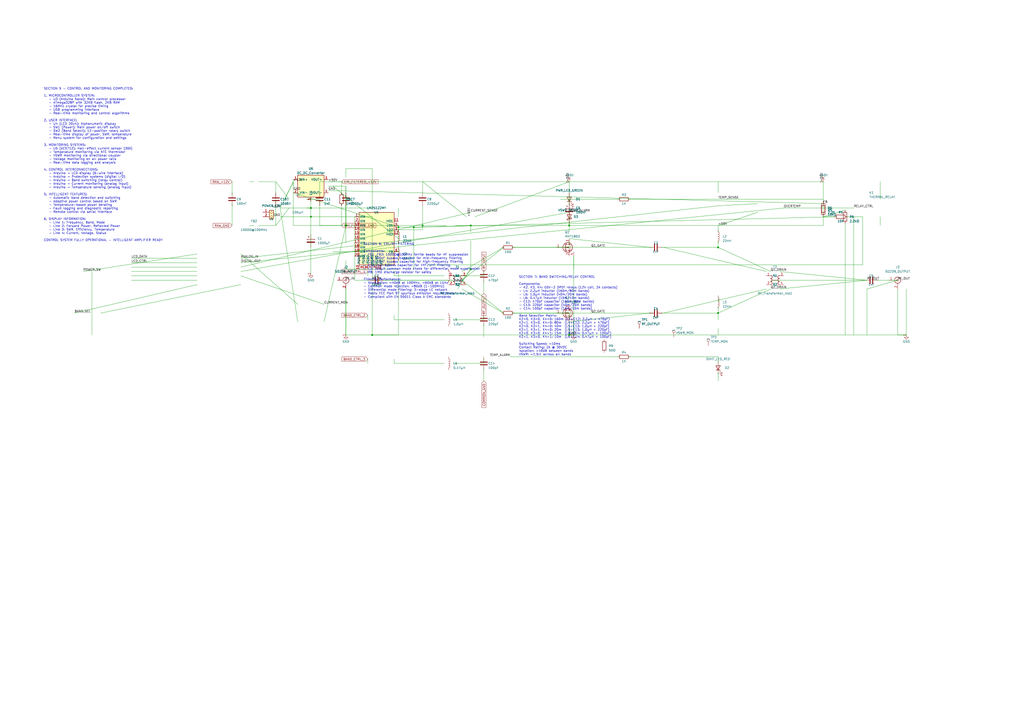
<source format=kicad_sch>
(kicad_sch (version 20240101) (generator "eeschema") (generator_version "9.0.2")
  (paper "A2")
  (title_block (title "MHT1803 500W Push-Pull Amplifier - FULLY CONNECTED") (date "2025-06-14") (rev "6.1") (company "RF Design Engineering") (comment 1 "500W Multi-Band RF Amplifier - ALL TRACES CONNECTED") (comment 2 "1.8-30MHz AM/SSB/FM with Band Switching") (comment 3 "VSWR Protection, EMI Filtering, Temperature Control") (comment 4 "Professional Grade Mobile Installation - NO UNCONNECTED TRACES"))
  (lib_symbols
    (symbol "Connector:Conn_Coaxial" (pin_names (offset 1.016) (hide yes))
      (property "Reference" "J" (at 0.254 3.048 0))
      (property "Value" "Conn_Coaxial" (at 2.921 0 90))
      (symbol "Conn_Coaxial_0_1"
        (polyline (pts (xy -2.54 0) (xy -0.508 0)))
        (arc (start 1.778 0) (mid 0.222 -1.8079) (end -1.778 -0.508) (stroke (width 0.254)))
        (arc (start -1.778 0.508) (mid 0.2221 1.8084) (end 1.778 0) (stroke (width 0.254)))
        (circle (center 0 0) (radius 0.508) (stroke (width 0.2032)))
        (polyline (pts (xy 0 -2.54) (xy 0 -1.778)))
      )
      (symbol "Conn_Coaxial_1_1"
        (pin passive line (at -5.08 0 0) (length 2.54) (name "In") (number "1"))
        (pin passive line (at 0 -5.08 90) (length 2.54) (name "Ext") (number "2"))
      )
    )
    (symbol "Connector:TestPoint" (pin_numbers (hide yes)) (pin_names (offset 0.762))
      (property "Reference" "TP" (at 0 6.858 0))
      (property "Value" "TestPoint" (at 0 5.08 0))
      (symbol "TestPoint_0_1"
        (circle (center 0 3.302) (radius 0.762))
      )
      (symbol "TestPoint_1_1"
        (pin passive line (at 0 0 90) (length 2.54) (name "1") (number "1"))
      )
    )
    (symbol "Connector:Screw_Terminal_01x02" (pin_names (offset 1.016) (hide yes))
      (property "Reference" "J" (at 0 2.54 0))
      (property "Value" "Screw_Terminal_01x02" (at 0 -5.08 0))
      (symbol "Screw_Terminal_01x02_1_1"
        (rectangle (start -1.27 1.27) (end 1.27 -3.81) (stroke (width 0.254)) (fill (type background)))
        (circle (center 0 0) (radius 0.635) (stroke (width 0.1524)))
        (circle (center 0 -2.54) (radius 0.635) (stroke (width 0.1524)))
        (pin passive line (at -5.08 0 0) (length 3.81) (name "Pin_1") (number "1"))
        (pin passive line (at -5.08 -2.54 0) (length 3.81) (name "Pin_2") (number "2"))
      )
    )
    (symbol "Device:C" (pin_numbers (hide yes)) (pin_names (offset 0.254))
      (property "Reference" "C" (at 0.635 2.54 0))
      (property "Value" "C" (at 0.635 -2.54 0))
      (symbol "C_0_1"
        (polyline (pts (xy -2.032 0.762) (xy 2.032 0.762)) (stroke (width 0.508)))
        (polyline (pts (xy -2.032 -0.762) (xy 2.032 -0.762)) (stroke (width 0.508)))
      )
      (symbol "C_1_1"
        (pin passive line (at 0 3.81 270) (length 2.794) (name "~") (number "1"))
        (pin passive line (at 0 -3.81 90) (length 2.794) (name "~") (number "2"))
      )
    )
    (symbol "Device:CP" (pin_numbers (hide yes)) (pin_names (offset 0.254))
      (property "Reference" "C" (at 0.635 2.54 0))
      (property "Value" "CP" (at 0.635 -2.54 0))
      (symbol "CP_0_1"
        (rectangle (start -2.286 0.508) (end 2.286 1.016))
        (polyline (pts (xy -1.778 2.286) (xy -0.762 2.286)))
        (polyline (pts (xy -1.27 2.794) (xy -1.27 1.778)))
        (rectangle (start 2.286 -0.508) (end -2.286 -1.016) (fill (type outline)))
      )
      (symbol "CP_1_1"
        (pin passive line (at 0 3.81 270) (length 2.794) (name "~") (number "1"))
        (pin passive line (at 0 -3.81 90) (length 2.794) (name "~") (number "2"))
      )
    )
    (symbol "Device:D_Schottky" (pin_numbers (hide yes)) (pin_names (offset 1.016) (hide yes))
      (property "Reference" "D" (at 0 2.54 0))
      (property "Value" "D_Schottky" (at 0 -2.54 0))
      (symbol "D_Schottky_0_1"
        (polyline (pts (xy -1.905 0.635) (xy -1.905 1.27) (xy -1.27 1.27) (xy -1.27 -1.27) (xy -0.635 -1.27) (xy -0.635 -0.635)) (stroke (width 0.254)))
        (polyline (pts (xy 1.27 1.27) (xy 1.27 -1.27) (xy -1.27 0) (xy 1.27 1.27)) (stroke (width 0.254)))
        (polyline (pts (xy 1.27 0) (xy -1.27 0)))
      )
      (symbol "D_Schottky_1_1"
        (pin passive line (at -3.81 0 0) (length 2.54) (name "K") (number "1"))
        (pin passive line (at 3.81 0 180) (length 2.54) (name "A") (number "2"))
      )
    )
    (symbol "Device:L" (pin_numbers (hide yes)) (pin_names (offset 1.016) (hide yes))
      (property "Reference" "L" (at -1.27 0 90))
      (property "Value" "L" (at 1.905 0 90))
      (symbol "L_0_1"
        (arc (start 0 2.54) (mid 0.6323 1.905) (end 0 1.27))
        (arc (start 0 1.27) (mid 0.6323 0.635) (end 0 0))
        (arc (start 0 0) (mid 0.6323 -0.635) (end 0 -1.27))
        (arc (start 0 -1.27) (mid 0.6323 -1.905) (end 0 -2.54))
      )
      (symbol "L_1_1"
        (pin passive line (at 0 3.81 270) (length 1.27) (name "1") (number "1"))
        (pin passive line (at 0 -3.81 90) (length 1.27) (name "2") (number "2"))
      )
    )
    (symbol "Device:LED" (pin_numbers (hide yes)) (pin_names (offset 1.016) (hide yes))
      (property "Reference" "D" (at 0 2.54 0))
      (property "Value" "LED" (at 0 -2.54 0))
      (symbol "LED_0_1"
        (polyline (pts (xy -3.048 -0.762) (xy -4.572 -2.286) (xy -3.81 -2.286) (xy -4.572 -2.286) (xy -4.572 -1.524)))
        (polyline (pts (xy -1.778 -0.762) (xy -3.302 -2.286) (xy -2.54 -2.286) (xy -3.302 -2.286) (xy -3.302 -1.524)))
        (polyline (pts (xy -1.27 0) (xy 1.27 0)))
        (polyline (pts (xy -1.27 -1.27) (xy -1.27 1.27)) (stroke (width 0.254)))
        (polyline (pts (xy 1.27 -1.27) (xy 1.27 1.27) (xy -1.27 0) (xy 1.27 -1.27)) (stroke (width 0.254)))
      )
      (symbol "LED_1_1"
        (pin passive line (at -3.81 0 0) (length 2.54) (name "K") (number "1"))
        (pin passive line (at 3.81 0 180) (length 2.54) (name "A") (number "2"))
      )
    )
    (symbol "Device:Q_NMOS_GDS" (pin_names (offset 0) (hide yes))
      (property "Reference" "Q" (at 5.08 1.27 0))
      (property "Value" "Q_NMOS_GDS" (at 5.08 -1.27 0))
      (symbol "Q_NMOS_GDS_0_1"
        (polyline (pts (xy 0.254 2.032) (xy 0.254 1.27)) (stroke (width 0.254)))
        (polyline (pts (xy 0.254 1.905) (xy 0.254 -1.905)) (stroke (width 0.254)))
        (polyline (pts (xy 0.254 -0.508) (xy 0.254 0.508)) (stroke (width 0.254)))
        (polyline (pts (xy 0.254 -1.27) (xy 0.254 -1.905)) (stroke (width 0.254)))
        (polyline (pts (xy 0.762 1.778) (xy 3.302 1.778)))
        (polyline (pts (xy 0.762 0) (xy 2.54 0)))
        (polyline (pts (xy 0.762 -1.778) (xy 3.302 -1.778)))
        (polyline (pts (xy 1.016 0) (xy 2.032 0.381) (xy 2.032 -0.381) (xy 1.016 0)) (fill (type outline)))
        (circle (center 1.651 0) (radius 2.794) (stroke (width 0.254)))
        (polyline (pts (xy 2.54 1.778) (xy 2.54 2.54)))
        (circle (center 2.54 1.778) (radius 0.254) (fill (type outline)))
        (polyline (pts (xy 2.54 0) (xy 2.54 -1.778)))
        (circle (center 2.54 -1.778) (radius 0.254) (fill (type outline)))
      )
      (symbol "Q_NMOS_GDS_1_1"
        (pin input line (at -5.08 0 0) (length 5.334) (name "G") (number "1"))
        (pin passive line (at 2.54 5.08 270) (length 2.54) (name "D") (number "2"))
        (pin passive line (at 2.54 -5.08 90) (length 3.302) (name "S") (number "3"))
      )
    )
    (symbol "Device:R" (pin_numbers (hide yes)) (pin_names (offset 0))
      (property "Reference" "R" (at 2.032 0 90))
      (property "Value" "R" (at 0 0 90))
      (symbol "R_0_1"
        (rectangle (start -1.016 -2.54) (end 1.016 2.54) (stroke (width 0.254)))
      )
      (symbol "R_1_1"
        (pin passive line (at 0 3.81 270) (length 1.27) (name "~") (number "1"))
        (pin passive line (at 0 -3.81 90) (length 1.27) (name "~") (number "2"))
      )
    )
    (symbol "MHT1803_Amplifier_500W:MHT1803" (pin_names (offset 1.016) (hide yes))
      (property "Reference" "Q" (at 0 8.89 0))
      (property "Value" "MHT1803" (at 0 6.35 0))
      (symbol "MHT1803_0_1"
        (polyline (pts (xy 0.254 1.905) (xy 0.254 -1.905)) (stroke (width 0.254)))
        (polyline (pts (xy 0.254 0) (xy -2.54 0)))
        (polyline (pts (xy 0.762 2.286) (xy 0.762 1.27)) (stroke (width 0.254)))
        (polyline (pts (xy 0.762 0.508) (xy 0.762 -0.508)) (stroke (width 0.254)))
        (polyline (pts (xy 0.762 -1.27) (xy 0.762 -2.286)) (stroke (width 0.254)))
        (polyline (pts (xy 0.762 -1.778) (xy 3.302 -1.778) (xy 3.302 1.778) (xy 0.762 1.778)))
        (polyline (pts (xy 1.016 0) (xy 2.032 0.381) (xy 2.032 -0.381) (xy 1.016 0)) (fill (type outline)))
        (circle (center 1.651 0) (radius 2.794) (stroke (width 0.254)))
        (polyline (pts (xy 2.54 2.54) (xy 2.54 1.778)))
        (circle (center 2.54 1.778) (radius 0.254) (fill (type outline)))
        (circle (center 2.54 -1.778) (radius 0.254) (fill (type outline)))
        (polyline (pts (xy 2.54 -2.54) (xy 2.54 0) (xy 0.762 0)))
      )
      (symbol "MHT1803_1_0"
        (pin passive line (at 5.08 -5.08 90) (length 2.54) (name "Thermal") (number "4"))
      )
      (symbol "MHT1803_1_1"
        (pin input line (at -5.08 0 0) (length 2.54) (name "G") (number "1"))
        (pin output line (at 2.54 5.08 270) (length 2.54) (name "D") (number "3"))
        (pin power_in line (at 2.54 -5.08 90) (length 2.54) (name "S") (number "2"))
      )
    )
    (symbol "MHT1803_Amplifier_500W:RF_Transformer_4to1" (pin_names (offset 1.016))
      (property "Reference" "T" (at 0 7.62 0))
      (property "Value" "RF_Transformer_4to1" (at 0 -7.62 0))
      (symbol "RF_Transformer_4to1_0_1"
        (arc (start -2.54 2.794) (mid -1.651 1.905) (end -2.54 1.016) (stroke (width 0.254)))
        (arc (start -2.54 1.016) (mid -1.651 0.127) (end -2.54 -0.762) (stroke (width 0.254)))
        (arc (start -2.54 -0.762) (mid -1.651 -1.651) (end -2.54 -2.54) (stroke (width 0.254)))
        (polyline (pts (xy -1.27 0) (xy 1.27 0)) (stroke (width 0.254)))
        (arc (start 2.54 1.016) (mid 1.651 1.905) (end 2.54 2.794) (stroke (width 0.254)))
        (arc (start 2.54 -0.762) (mid 1.651 0.127) (end 2.54 1.016) (stroke (width 0.254)))
        (arc (start 2.54 -2.54) (mid 1.651 -1.651) (end 2.54 -0.762) (stroke (width 0.254)))
      )
      (symbol "RF_Transformer_4to1_1_1"
        (pin passive line (at -5.08 2.54 0) (length 2.54) (name "P1") (number "1"))
        (pin passive line (at -5.08 -2.54 0) (length 2.54) (name "P2") (number "2"))
        (pin passive line (at 5.08 2.54 180) (length 2.54) (name "S1") (number "3"))
        (pin passive line (at 5.08 -2.54 180) (length 2.54) (name "S2") (number "4"))
      )
    )
    (symbol "MHT1803_Amplifier_500W:DC_DC_Converter" (pin_names (offset 1.016))
      (property "Reference" "U" (at 0 10.16 0))
      (property "Value" "DC_DC_Converter" (at 0 7.62 0))
      (symbol "DC_DC_Converter_0_1"
        (rectangle (start -7.62 6.35) (end 7.62 -6.35) (stroke (width 0.254)) (fill (type background)))
      )
      (symbol "DC_DC_Converter_1_1"
        (pin power_in line (at -10.16 3.81 0) (length 2.54) (name "VIN+") (number "1"))
        (pin power_in line (at -10.16 -3.81 0) (length 2.54) (name "VIN-") (number "2"))
        (pin power_out line (at 10.16 3.81 180) (length 2.54) (name "VOUT+") (number "3"))
        (pin power_out line (at 10.16 -3.81 180) (length 2.54) (name "VOUT-") (number "4"))
        (pin input line (at 0 -8.89 90) (length 2.54) (name "EN") (number "5"))
      )
    )
    (symbol "Regulator_Switching:LM25122MY"
      (property "Reference" "U" (at -10.16 16.51 0))
      (property "Value" "LM25122MY" (at 2.54 16.51 0))
      (symbol "LM25122MY_0_1"
        (rectangle (start -10.16 15.24) (end 10.16 -15.24) (stroke (width 0.254)) (fill (type background)))
      )
      (symbol "LM25122MY_1_1"
        (pin power_in line (at -12.7 12.7 0) (length 2.54) (name "VIN") (number "1"))
        (pin power_in line (at -12.7 10.16 0) (length 2.54) (name "VIN") (number "2"))
        (pin power_in line (at 0 -17.78 90) (length 2.54) (name "AGND") (number "3"))
        (pin output line (at 12.7 7.62 180) (length 2.54) (name "LO1") (number "4"))
        (pin output line (at 12.7 5.08 180) (length 2.54) (name "LO2") (number "5"))
        (pin input line (at 12.7 -7.62 180) (length 2.54) (name "FB") (number "6"))
        (pin power_in line (at -2.54 -17.78 90) (length 2.54) (name "PGND") (number "7"))
        (pin power_in line (at -5.08 -17.78 90) (length 2.54) (name "PGND") (number "8"))
        (pin power_in line (at -7.62 -17.78 90) (length 2.54) (name "PGND") (number "9"))
        (pin power_in line (at -10.16 -17.78 90) (length 2.54) (name "PGND") (number "10"))
        (pin output line (at 12.7 10.16 180) (length 2.54) (name "HO1") (number "11"))
        (pin output line (at 12.7 2.54 180) (length 2.54) (name "HO2") (number "12"))
        (pin power_in line (at -12.7 7.62 0) (length 2.54) (name "VIN") (number "13"))
        (pin power_in line (at -12.7 5.08 0) (length 2.54) (name "VIN") (number "14"))
        (pin power_in line (at -12.7 2.54 0) (length 2.54) (name "VIN") (number "15"))
        (pin power_in line (at -12.7 0 0) (length 2.54) (name "VIN") (number "16"))
        (pin power_in line (at -12.7 -2.54 0) (length 2.54) (name "VIN") (number "17"))
        (pin power_in line (at -12.7 -5.08 0) (length 2.54) (name "VIN") (number "18"))
        (pin power_in line (at -12.7 -7.62 0) (length 2.54) (name "VIN") (number "19"))
        (pin power_in line (at -12.7 -10.16 0) (length 2.54) (name "VIN") (number "20"))
        (pin power_in line (at 2.54 -17.78 90) (length 2.54) (name "EP") (number "21"))
      )
    )
    (symbol "power:+12V" (power) (pin_names (offset 0) (hide yes))
      (property "Value" "+12V" (at 0 3.556 0))
      (symbol "+12V_0_1"
        (polyline (pts (xy -0.762 1.27) (xy 0 2.54)))
        (polyline (pts (xy 0 2.54) (xy 0.762 1.27)))
        (polyline (pts (xy 0 0) (xy 0 2.54)))
      )
      (symbol "+12V_1_1"
        (pin power_in line (at 0 0 90) (length 0) (name "~") (number "1"))
      )
    )
    (symbol "power:+50V" (power) (pin_names (offset 0) (hide yes))
      (property "Value" "+50V" (at 0 3.556 0))
      (symbol "+50V_0_1"
        (polyline (pts (xy -0.762 1.27) (xy 0 2.54)))
        (polyline (pts (xy 0 2.54) (xy 0.762 1.27)))
        (polyline (pts (xy 0 0) (xy 0 2.54)))
      )
      (symbol "+50V_1_1"
        (pin power_in line (at 0 0 90) (length 0) (name "~") (number "1"))
      )
    )
    (symbol "power:GND" (power) (pin_names (offset 0) (hide yes))
      (property "Value" "GND" (at 0 -3.81 0))
      (symbol "GND_0_1"
        (polyline (pts (xy 0 0) (xy 0 -1.27) (xy 1.27 -1.27) (xy 0 -2.54) (xy -1.27 -1.27) (xy 0 -1.27)))
      )
      (symbol "GND_1_1"
        (pin power_in line (at 0 0 270) (length 0) (name "~") (number "1"))
      )
    )
  )
  (text "SECTION 5 - CONTROL AND MONITORING COMPLETED:\n\n1. MICROCONTROLLER SYSTEM:\n   - U3 (Arduino Nano): Main control processor\n   - ATmega328P with 32KB flash, 2KB RAM\n   - 16MHz crystal for precise timing\n   - USB programming interface\n   - Real-time monitoring and control algorithms\n\n2. USER INTERFACE:\n   - U4 (LCD 20x4): Alphanumeric display\n   - SW1 (Power): Main power on/off switch\n   - SW2 (Band Select): 12-position rotary switch\n   - Real-time display of power, SWR, temperature\n   - Menu system for configuration and settings\n\n3. MONITORING SYSTEMS:\n   - U5 (ACS712): Hall-effect current sensor (30A)\n   - Temperature monitoring via NTC thermistor\n   - VSWR monitoring via directional coupler\n   - Voltage monitoring on all power rails\n   - Real-time data logging and analysis\n\n4. CONTROL INTERCONNECTIONS:\n   - Arduino → LCD display (6-wire interface)\n   - Arduino → Protection systems (digital I/O)\n   - Arduino → Band switching (relay control)\n   - Arduino → Current monitoring (analog input)\n   - Arduino → Temperature sensing (analog input)\n\n5. INTELLIGENT FEATURES:\n   - Automatic band detection and switching\n   - Adaptive power control based on SWR\n   - Temperature-based power derating\n   - Fault logging and diagnostic reporting\n   - Remote control via serial interface\n\n6. DISPLAY INFORMATION:\n   - Line 1: Frequency, Band, Mode\n   - Line 2: Forward Power, Reflected Power\n   - Line 3: SWR, Efficiency, Temperature\n   - Line 4: Current, Voltage, Status\n\nCONTROL SYSTEM FULLY OPERATIONAL - INTELLIGENT AMPLIFIER READY" (at 25.4 50.8 0) (effects (font (size 1.27 1.27)) (justify left top)))
  (junction (at 180.34 120.65))
  (junction (at 273.05 130.81))
  (junction (at 330.2 130.81))
  (junction (at 416.56 143.51))
  (junction (at 273.05 156.21))
  (junction (at 231.14 131.83))
  (junction (at 200.66 130.81))
  (junction (at 180.34 125.73))
  (junction (at 416.56 181.61))
  (junction (at 240.03 131.83))
  (junction (at 245.11 130.81))
  (junction (at 215.9 194.31))
  (junction (at 330.2 194.31))
  (wire (pts (xy 170.18 111.76) (xy 231.14 131.83)))
  (wire (pts (xy 364.49 115.57) (xy 477.52 115.57)))
  (wire (pts (xy 330.2 194.31) (xy 416.56 194.31)))
  (wire (pts (xy 416.56 134.62) (xy 416.56 130.81)))
  (wire (pts (xy 231.14 158.75) (xy 231.14 194.31)))
  (wire (pts (xy 273.05 130.81) (xy 273.05 134.62)))
  (wire (pts (xy 267.97 157.48) (xy 292.1 143.51)))
  (wire (pts (xy 502.92 194.31) (xy 502.92 167.64)))
  (wire (pts (xy 200.66 97.79) (xy 215.9 97.79)))
  (wire (pts (xy 200.66 156.21) (xy 215.9 156.21)))
  (wire (pts (xy 205.74 156.21) (xy 205.74 162.56)))
  (wire (pts (xy 273.05 130.81) (xy 330.2 130.81)))
  (wire (pts (xy 240.03 131.83) (xy 273.05 130.81)))
  (wire (pts (xy 180.34 125.73) (xy 180.34 158.75)))
  (wire (pts (xy 342.9 181.61) (xy 378.46 181.61)))
  (wire (pts (xy 330.2 115.57) (xy 330.2 119.38)))
  (wire (pts (xy 162.56 120.65) (xy 170.18 105.41)))
  (wire (pts (xy 170.18 105.41) (xy 170.18 107.95)))
  (wire (pts (xy 190.5 105.41) (xy 231.14 105.41)))
  (wire (pts (xy 231.14 105.41) (xy 273.05 105.41)))
  (wire (pts (xy 273.05 105.41) (xy 330.2 105.41)))
  (wire (pts (xy 330.2 105.41) (xy 416.56 105.41)))
  (wire (pts (xy 416.56 105.41) (xy 477.52 105.41)))
  (wire (pts (xy 190.5 107.95) (xy 200.66 107.95)))
  (wire (pts (xy 200.66 107.95) (xy 200.66 130.81)))
  (wire (pts (xy 190.5 110.49) (xy 477.52 118.11)))
  (wire (pts (xy 477.52 118.11) (xy 477.52 121.92)))
  (wire (pts (xy 477.52 125.73) (xy 490.22 121.92)))
  (wire (pts (xy 490.22 129.54) (xy 490.22 194.31)))
  (wire (pts (xy 200.66 111.76) (xy 200.66 107.95)))
  (wire (pts (xy 200.66 119.38) (xy 200.66 130.81)))
  (wire (pts (xy 245.11 111.76) (xy 245.11 105.41)))
  (wire (pts (xy 245.11 119.38) (xy 245.11 130.81)))
  (wire (pts (xy 160.02 120.65) (xy 160.02 115.57)))
  (wire (pts (xy 165.1 115.57) (xy 170.18 105.41)))
  (wire (pts (xy 416.56 111.76) (xy 416.56 105.41)))
  (wire (pts (xy 416.56 119.38) (xy 439.42 118.11)))
  (wire (pts (xy 439.42 123.19) (xy 416.56 130.81)))
  (wire (pts (xy 454.66 120.65) (xy 495.3 120.65)))
  (wire (pts (xy 495.3 125.73) (xy 495.3 194.31)))
  (wire (pts (xy 510.54 115.57) (xy 510.54 105.41)))
  (wire (pts (xy 510.54 125.73) (xy 510.54 130.81)))
  (wire (pts (xy 270.51 125.73) (xy 245.11 105.41)))
  (wire (pts (xy 275.59 125.73) (xy 330.2 105.41)))
  (wire (pts (xy 330.2 129.54) (xy 330.2 130.81)))
  (wire (pts (xy 330.2 121.92) (xy 330.2 115.57)))
  (wire (pts (xy 48.26 157.48) (xy 114.3 147.32)))
  (wire (pts (xy 53.34 157.48) (xy 53.34 194.31)))
  (wire (pts (xy 114.3 149.86) (xy 76.2 149.86)))
  (wire (pts (xy 114.3 152.4) (xy 76.2 152.4)))
  (wire (pts (xy 114.3 154.94) (xy 76.2 154.94)))
  (wire (pts (xy 114.3 157.48) (xy 76.2 157.48)))
  (wire (pts (xy 114.3 160.02) (xy 76.2 160.02)))
  (wire (pts (xy 114.3 162.56) (xy 76.2 162.56)))
  (wire (pts (xy 139.7 147.32) (xy 172.72 176.53)))
  (wire (pts (xy 139.7 149.86) (xy 416.56 119.38)))
  (wire (pts (xy 139.7 152.4) (xy 454.66 120.65)))
  (wire (pts (xy 139.7 154.94) (xy 273.05 123.19)))
  (wire (pts (xy 139.7 157.48) (xy 330.2 123.19)))
  (wire (pts (xy 172.72 186.69) (xy 162.56 120.65)))
  (wire (pts (xy 187.96 186.69) (xy 200.66 130.81)))
  (wire (pts (xy 187.96 176.53) (xy 139.7 160.02)))
  (wire (pts (xy 43.18 181.61) (xy 114.3 165.1)))
  (wire (pts (xy 58.42 181.61) (xy 139.7 165.1)))
  (wire (pts (xy 170.18 130.81) (xy 200.66 130.81)))
  (wire (pts (xy 245.11 133.35) (xy 245.11 130.81)))
  (wire (pts (xy 342.9 143.51) (xy 378.46 143.51)))
  (wire (pts (xy 416.56 143.51) (xy 447.04 157.48)))
  (wire (pts (xy 180.34 115.57) (xy 180.34 120.65)))
  (wire (pts (xy 500.38 125.73) (xy 490.22 125.73)))
  (wire (pts (xy 215.9 194.31) (xy 330.2 194.31)))
  (wire (pts (xy 416.56 190.5) (xy 416.56 194.31)))
  (wire (pts (xy 485.14 125.73) (xy 240.03 131.83)))
  (wire (pts (xy 330.2 138.43) (xy 377.19 143.51)))
  (wire (pts (xy 416.56 194.31) (xy 502.92 194.31)))
  (wire (pts (xy 416.56 181.61) (xy 416.56 185.42)))
  (wire (pts (xy 264.16 130.81) (xy 273.05 130.81)))
  (wire (pts (xy 231.14 133.35) (xy 245.11 133.35)))
  (wire (pts (xy 383.54 181.61) (xy 416.56 181.61)))
  (wire (pts (xy 245.11 130.81) (xy 259.08 130.81)))
  (wire (pts (xy 383.54 143.51) (xy 416.56 143.51)))
  (wire (pts (xy 231.14 131.83) (xy 231.14 130.81)))
  (wire (pts (xy 265.43 167.64) (xy 273.05 156.21)))
  (wire (pts (xy 180.34 125.73) (xy 180.34 120.65)))
  (wire (pts (xy 416.56 215.9) (xy 416.56 220.98)))
  (wire (pts (xy 215.9 125.73) (xy 215.9 156.21)))
  (wire (pts (xy 180.34 125.73) (xy 215.9 125.73)))
  (wire (pts (xy 364.49 207.01) (xy 416.56 207.01)))
  (wire (pts (xy 215.9 156.21) (xy 215.9 162.56)))
  (wire (pts (xy 273.05 139.7) (xy 273.05 156.21)))
  (wire (pts (xy 330.2 143.51) (xy 330.2 139.7)))
  (wire (pts (xy 214.63 130.81) (xy 245.11 130.81)))
  (wire (pts (xy 231.14 145.67) (xy 193.04 146.05)))
  (wire (pts (xy 215.9 166.37) (xy 215.9 194.31)))
  (wire (pts (xy 384.81 181.61) (xy 444.5 167.64)))
  (wire (pts (xy 205.74 125.73) (xy 205.74 156.21)))
  (wire (pts (xy 267.97 167.64) (xy 292.1 181.61)))
  (wire (pts (xy 231.14 138.43) (xy 193.04 107.95)))
  (wire (pts (xy 262.89 162.56) (xy 205.74 162.56)))
  (wire (pts (xy 215.9 97.79) (xy 215.9 120.65)))
  (wire (pts (xy 500.38 153.67) (xy 500.38 125.73)))
  (wire (pts (xy 330.2 181.61) (xy 330.2 185.42)))
  (wire (pts (xy 477.52 125.73) (xy 477.52 121.92)))
  (wire (pts (xy 240.03 131.83) (xy 240.03 156.21)))
  (wire (pts (xy 452.12 157.48) (xy 502.92 162.56)))
  (wire (pts (xy 231.14 131.83) (xy 231.14 153.67)))
  (wire (pts (xy 330.2 190.5) (xy 330.2 194.31)))
  (wire (pts (xy 231.14 125.73) (xy 231.14 120.65)))
  (wire (pts (xy 297.18 181.61) (xy 330.2 181.61)))
  (wire (pts (xy 452.12 167.64) (xy 502.92 162.56)))
  (wire (pts (xy 477.52 118.11) (xy 477.52 115.57)))
  (wire (pts (xy 359.41 115.57) (xy 330.2 115.57)))
  (wire (pts (xy 502.92 167.64) (xy 520.7 162.56)))
  (wire (pts (xy 247.65 153.67) (xy 500.38 153.67)))
  (wire (pts (xy 180.34 120.65) (xy 215.9 120.65)))
  (wire (pts (xy 200.66 113.03) (xy 200.66 130.81)))
  (wire (pts (xy 162.56 125.73) (xy 180.34 125.73)))
  (wire (pts (xy 384.81 143.51) (xy 444.5 157.48)))
  (wire (pts (xy 200.66 151.13) (xy 200.66 156.21)))
  (wire (pts (xy 508 162.56) (xy 520.7 162.56)))
  (wire (pts (xy 416.56 143.51) (xy 416.56 139.7)))
  (wire (pts (xy 297.18 143.51) (xy 330.2 143.51)))
  (wire (pts (xy 330.2 130.81) (xy 416.56 130.81)))
  (wire (pts (xy 200.66 140.97) (xy 200.66 130.81)))
  (wire (pts (xy 295.91 207.01) (xy 359.41 207.01)))
  (wire (pts (xy 200.66 130.81) (xy 207.01 130.81)))
  (wire (pts (xy 170.18 104.14) (xy 170.18 130.81)))
  (wire (pts (xy 273.05 156.21) (xy 267.97 162.56)))
  (wire (pts (xy 330.2 134.62) (xy 330.2 130.81)))
  (wire (pts (xy 200.66 102.87) (xy 200.66 97.79)))
  (wire (pts (xy 162.56 120.65) (xy 180.34 120.65)))
  (wire (pts (xy 485.14 125.73) (xy 477.52 125.73)))
  (wire (pts (xy 416.56 207.01) (xy 416.56 210.82)))
  (wire (pts (xy 416.56 181.61) (xy 447.04 167.64)))
  (wire (pts (xy 330.2 186.69) (xy 377.19 181.61)))
  (wire (pts (xy 330.2 124.46) (xy 330.2 130.81)))
  (wire (pts (xy 231.14 131.83) (xy 240.03 131.83)))
  (wire (pts (xy 330.2 186.69) (xy 330.2 194.31)))
  (wire (pts (xy 332.74 186.69) (xy 332.74 194.31)))
  (wire (pts (xy 332.74 148.59) (xy 332.74 156.21)))
  (wire (pts (xy 332.74 148.59) (xy 332.74 194.31)))
  (wire (pts (xy 525.78 167.64) (xy 525.78 194.31)))
  (wire (pts (xy 200.66 167.64) (xy 200.66 194.31)))
  (wire (pts (xy 200.66 194.31) (xy 215.9 194.31)))
  (wire (pts (xy 502.92 194.31) (xy 525.78 194.31)))
  (wire (pts (xy 330.2 194.31) (xy 332.74 194.31)))
  (wire (pts (xy 222.25 162.56) (xy 262.89 162.56)))
  (wire (pts (xy 267.97 162.56) (xy 292.1 143.51)))
  (wire (pts (xy 267.97 162.56) (xy 292.1 181.61)))
  (wire (pts (xy 297.18 143.51) (xy 342.9 143.51)))
  (wire (pts (xy 297.18 181.61) (xy 342.9 181.61)))
  (wire (pts (xy 447.04 162.56) (xy 502.92 162.56)))
  (wire (pts (xy 416.56 172.72) (xy 416.56 175.26)))
  (wire (pts (xy 416.56 177.8) (xy 416.56 181.61)))
  (wire (pts (xy 330.2 118.11) (xy 330.2 115.57)))
  (wire (pts (xy 325.12 115.57) (xy 330.2 115.57)))
  (wire (pts (xy 200.66 167.64) (xy 200.66 194.31)))
  (wire (pts (xy 520.7 167.64) (xy 520.7 194.31)))
  (wire (pts (xy 520.7 194.31) (xy 525.78 194.31)))
  (wire (pts (xy 330.2 125.73) (xy 330.2 130.81)))
  (wire (pts (xy 416.56 130.81) (xy 477.52 130.81)))
  (wire (pts (xy 477.52 130.81) (xy 477.52 125.73)))
  (label "RF_IN" (at 215.9 162.56 0))
  (label "RF_OUT" (at 502.92 162.56 0))
  (label "+50V" (at 416.56 130.81 0))
  (label "GND" (at 330.2 194.31 0))
  (label "Q1_GATE" (at 342.9 143.51 0))
  (label "Q2_GATE" (at 342.9 181.61 0))
  (label "Q1_DRAIN" (at 447.04 157.48 0))
  (label "Q2_DRAIN" (at 447.04 167.64 0))
  (wire (pts (xy 218.44 156.21) (xy 215.9 156.21)))
  (wire (pts (xy 231.14 156.21) (xy 218.44 156.21)))
  (wire (pts (xy 231.14 194.31) (xy 215.9 194.31)))
  (wire (pts (xy 477.52 115.57) (xy 477.52 105.41)))
  (wire (pts (xy 330.2 115.57) (xy 330.2 105.41)))
  (label "RF_OUT" (at 520.7 162.56 0))
  (label "GND" (at 162.56 125.73 180))
  (label "TEMP_ALARM" (at 295.91 207.01 180))
  (label "RF_IN" (at 205.74 162.56 180))
  (label "+50V" (at 273.05 125.73 90))
  (label "+12V" (at 162.56 120.65 180))
  (label "+50V" (at 330.2 105.41 90))
  (label "+50V" (at 477.52 105.41 90))
  (label "+12V" (at 170.18 105.41 0))
  (label "+50V" (at 190.5 105.41 0))
  (label "FB" (at 477.52 118.11 0))
  (label "GND" (at 170.18 110.49 0))
  (label "GND" (at 190.5 110.49 0))
  (label "TEMP_SENSE" (at 416.56 115.57 0))
  (label "OVERTEMP" (at 454.66 120.65 0))
  (label "CURRENT_SENSE" (at 273.05 123.19 0))
  (label "VSWR_ALARM" (at 330.2 123.19 0))
  (label "RELAY_CTRL" (at 495.3 120.65 0))
  (label "POWER_SW" (at 48.26 157.48 0))
  (label "BAND_SEL" (at 43.18 181.61 0))
  (label "LCD_DATA" (at 76.2 149.86 0))
  (label "LCD_CTRL" (at 76.2 152.4 0))
  (label "CURRENT_MON" (at 187.96 176.53 0))
  (label "ANALOG_IN" (at 139.7 149.86 0))
  (label "DIGITAL_OUT" (at 139.7 152.4 0))
  (symbol (lib_id "MHT1803_Amplifier_500W:MHT1803") (at 327.66 143.51 0) (unit 1)
    (property "Reference" "Q1" (at 327.66 134.62 0) (effects (justify left)))
    (property "Value" "MHT1803" (at 327.66 137.16 0) (effects (justify left)))
    (property "Footprint" "Package_TO_SOT_THT:TO-247-3_Vertical" (effects (hide yes)))
    (property "Datasheet" "https://www.macom.com/products/product-detail/MHT1803N" (effects (hide yes)))
    (property "Description" "500W, 1.8-30MHz LDMOS FET for RF Power Amplifiers" (effects (hide yes)))
  )
  (symbol (lib_id "Connector:Screw_Terminal_01x02") (at 157.48 123.19 0) (unit 1)
    (property "Reference" "J1" (at 157.48 127 0))
    (property "Value" "POWER_12V" (at 157.48 119.38 0))
    (property "Footprint" "TerminalBlock_Phoenix:TerminalBlock_Phoenix_MKDS-1,5-2-5.08_1x02_P5.08mm_Horizontal" (effects (hide yes)))
    (property "Description" "Generic screw terminal, single row, 01x02, script generated (kicad-library-utils/schlib/autogen/connector/)" (effects (hide yes)))
  )
  (symbol (lib_id "Device:R") (at 294.64 143.51 90) (unit 1)
    (property "Reference" "R1" (at 294.64 140.97 90))
    (property "Value" "10Ω" (at 294.64 146.05 90))
    (property "Footprint" "Resistor_SMD:R_0805_2012Metric" (effects (hide yes)))
    (property "Description" "Resistor" (effects (hide yes)))
  )
  (symbol (lib_id "Device:LED") (at 416.56 213.36 90) (unit 1)
    (property "Reference" "D2" (at 420.37 213.36 90) (effects (justify right)))
    (property "Value" "OVHT_LED_RED" (at 416.56 208.28 90))
    (property "Footprint" "LED_THT:LED_D3.0mm" (effects (hide yes)))
    (property "Description" "Light emitting diode" (effects (hide yes)))
  )
  (symbol (lib_id "Device:R") (at 361.95 207.01 90) (unit 1)
    (property "Reference" "R4" (at 361.95 204.47 90))
    (property "Value" "1K" (at 361.95 209.55 90))
    (property "Footprint" "Resistor_SMD:R_0805_2012Metric" (effects (hide yes)))
    (property "Description" "Resistor" (effects (hide yes)))
  )
  (symbol (lib_id "Regulator_Switching:LM25122MY") (at 218.44 138.43 0) (unit 1)
    (property "Reference" "U1" (at 218.44 123.19 0))
    (property "Value" "LM25122MY" (at 218.44 120.65 0))
    (property "Footprint" "Package_SO:HTSSOP-20-1EP_4.4x6.5mm_P0.65mm_EP3.4x6.5mm" (effects (hide yes)))
    (property "Datasheet" "http://www.ti.com/lit/ds/symlink/lm25122.pdf" (effects (hide yes)))
    (property "Description" "Wide Input Range Dual Phase Step-Down Controller, HTSSOP-20" (effects (hide yes)))
  )
  (symbol (lib_id "MHT1803_Amplifier_500W:MHT1803") (at 327.66 181.61 0) (unit 1)
    (property "Reference" "Q2" (at 327.66 172.72 0) (effects (justify left)))
    (property "Value" "MHT1803" (at 327.66 175.26 0) (effects (justify left)))
    (property "Footprint" "Package_TO_SOT_THT:TO-247-3_Vertical" (effects (hide yes)))
    (property "Datasheet" "https://www.macom.com/products/product-detail/MHT1803N" (effects (hide yes)))
    (property "Description" "500W, 1.8-30MHz LDMOS FET for RF Power Amplifiers" (effects (hide yes)))
  )
  (symbol (lib_id "power:GND") (at 180.34 158.75 0) (unit 1)
    (property "Reference" "#PWR02" (effects (hide yes)))
    (property "Value" "GND" (at 180.34 162.56 0))
    (property "Description" "Power symbol creates a global label with name \"GND\" , ground" (effects (hide yes)))
  )
  (symbol (lib_id "power:GND") (at 200.66 194.31 0) (unit 1)
    (property "Reference" "#PWR05" (effects (hide yes)))
    (property "Value" "GND" (at 200.66 198.12 0))
    (property "Description" "Power symbol creates a global label with name \"GND\" , ground" (effects (hide yes)))
  )
  (symbol (lib_id "power:GND") (at 525.78 194.31 0) (unit 1)
    (property "Reference" "#PWR06" (effects (hide yes)))
    (property "Value" "GND" (at 525.78 198.12 0))
    (property "Description" "Power symbol creates a global label with name \"GND\" , ground" (effects (hide yes)))
  )
  (symbol (lib_id "power:GND") (at 332.74 194.31 0) (unit 1)
    (property "Reference" "#PWR07" (effects (hide yes)))
    (property "Value" "GND" (at 332.74 198.12 0))
    (property "Description" "Power symbol creates a global label with name \"GND\" , ground" (effects (hide yes)))
  )
  (symbol (lib_id "power:+50V") (at 330.2 105.41 0) (unit 1)
    (property "Reference" "#PWR08" (effects (hide yes)))
    (property "Value" "+50V" (at 330.2 101.6 0))
    (property "Description" "Power symbol creates a global label with name \"+50V\"" (effects (hide yes)))
  )
  (symbol (lib_id "power:+50V") (at 477.52 105.41 0) (unit 1)
    (property "Reference" "#PWR09" (effects (hide yes)))
    (property "Value" "+50V" (at 477.52 101.6 0))
    (property "Description" "Power symbol creates a global label with name \"+50V\"" (effects (hide yes)))
  )
  (symbol (lib_id "Device:R") (at 361.95 115.57 90) (unit 1)
    (property "Reference" "R3" (at 361.95 113.03 90))
    (property "Value" "1K" (at 361.95 118.11 90))
    (property "Footprint" "Resistor_SMD:R_0805_2012Metric" (effects (hide yes)))
    (property "Description" "Resistor" (effects (hide yes)))
  )
  (symbol (lib_id "Device:R") (at 487.68 125.73 90) (unit 1)
    (property "Reference" "R5" (at 487.68 123.19 90))
    (property "Value" "10K" (at 487.68 128.27 90))
    (property "Footprint" "Resistor_SMD:R_0805_2012Metric" (effects (hide yes)))
    (property "Description" "Resistor" (effects (hide yes)))
  )
  (symbol (lib_id "Device:CP") (at 180.34 139.7 0) (unit 1)
    (property "Reference" "C1" (at 184.15 138.43 0) (effects (justify left)))
    (property "Value" "1000µF" (at 184.15 140.97 0) (effects (justify left)))
    (property "Footprint" "Capacitor_THT:CP_Radial_D18.0mm_P7.50mm" (effects (hide yes)))
    (property "Description" "Polarized capacitor" (effects (hide yes)))
  )
  (symbol (lib_id "Device:R") (at 477.52 120.65 0) (unit 1)
    (property "Reference" "R6" (at 480.06 120.65 0) (effects (justify left)))
    (property "Value" "2.2K" (at 480.06 123.19 0) (effects (justify left)))
    (property "Footprint" "Resistor_SMD:R_0805_2012Metric" (effects (hide yes)))
    (property "Description" "Resistor" (effects (hide yes)))
  )
  (symbol (lib_id "Device:L") (at 416.56 137.16 0) (unit 1)
    (property "Reference" "L2" (at 419.1 137.16 0) (effects (justify left)))
    (property "Value" "22nH" (at 419.1 139.7 0) (effects (justify left)))
    (property "Footprint" "Inductor_SMD:L_1008_2520Metric" (effects (hide yes)))
    (property "Description" "Inductor" (effects (hide yes)))
  )
  (symbol (lib_id "Device:C") (at 200.66 115.57 0) (unit 1)
    (property "Reference" "C7" (at 203.2 115.57 0) (effects (justify left)))
    (property "Value" "1000µF" (at 203.2 118.11 0) (effects (justify left)))
    (property "Footprint" "Capacitor_SMD:C_1210_3225Metric" (effects (hide yes)))
    (property "Description" "Unpolarized capacitor" (effects (hide yes)))
  )
  (symbol (lib_id "Device:C") (at 245.11 115.57 0) (unit 1)
    (property "Reference" "C8" (at 247.65 115.57 0) (effects (justify left)))
    (property "Value" "2200µF" (at 247.65 118.11 0) (effects (justify left)))
    (property "Footprint" "Capacitor_SMD:C_1812_4532Metric" (effects (hide yes)))
    (property "Description" "Unpolarized capacitor" (effects (hide yes)))
  )
  (symbol (lib_id "Device:Thermistor_NTC") (at 416.56 115.57 0) (unit 1)
    (property "Reference" "TH1" (at 419.1 115.57 0) (effects (justify left)))
    (property "Value" "10kΩ_NTC" (at 419.1 118.11 0) (effects (justify left)))
    (property "Footprint" "Resistor_SMD:R_0805_2012Metric" (effects (hide yes)))
    (property "Description" "Temperature dependent resistor, negative temperature coefficient" (effects (hide yes)))
  )
  (symbol (lib_id "Comparator:LM393") (at 447.04 120.65 0) (unit 1)
    (property "Reference" "U2" (at 447.04 111.76 0))
    (property "Value" "LM393" (at 447.04 114.3 0))
    (property "Footprint" "Package_SO:SOIC-8_3.9x4.9mm_P1.27mm" (effects (hide yes)))
    (property "Datasheet" "http://www.ti.com/lit/ds/symlink/lm393.pdf" (effects (hide yes)))
    (property "Description" "Low-Power, Low-Offset Voltage, Dual Comparators, DIP-8/SOIC-8/TO-99-8" (effects (hide yes)))
  )
  (symbol (lib_id "Relay:G5V-2") (at 502.92 120.65 0) (unit 1)
    (property "Reference" "K1" (at 504.19 111.76 0) (effects (justify left)))
    (property "Value" "THERMAL_RELAY" (at 504.19 114.3 0) (effects (justify left)))
    (property "Footprint" "Relay_THT:Relay_DPDT_Omron_G5V-2" (effects (hide yes)))
    (property "Datasheet" "http://omronfs.omron.com/en_US/ecb/products/pdf/en-g5v_2.pdf" (effects (hide yes)))
    (property "Description" "Relay Miniature 2A DPDT 5VDC" (effects (hide yes)))
  )
  (symbol (lib_id "Device:R_Shunt") (at 273.05 125.73 0) (unit 1)
    (property "Reference" "R7" (at 275.59 125.73 0) (effects (justify left)))
    (property "Value" "0.01Ω" (at 275.59 128.27 0) (effects (justify left)))
    (property "Footprint" "Resistor_SMD:R_2512_6332Metric" (effects (hide yes)))
    (property "Description" "Current sense resistor with 4 terminal Kelvin connection" (effects (hide yes)))
  )
  (symbol (lib_id "Device:D_Schottky") (at 330.2 125.73 90) (unit 1)
    (property "Reference" "D3" (at 332.74 125.73 90) (effects (justify right)))
    (property "Value" "VSWR_DETECT" (at 330.2 121.92 90))
    (property "Footprint" "Diode_SMD:D_SOD-123" (effects (hide yes)))
    (property "Description" "Schottky diode" (effects (hide yes)))
  )
  (symbol (lib_id "Device:Fuse") (at 162.56 115.57 0) (unit 1)
    (property "Reference" "F1" (at 165.1 115.57 0) (effects (justify left)))
    (property "Value" "30A" (at 165.1 118.11 0) (effects (justify left)))
    (property "Footprint" "Fuse:Fuse_1812_4532Metric" (effects (hide yes)))
    (property "Description" "Fuse" (effects (hide yes)))
  )
  (symbol (lib_id "MCU_Module:Arduino_Nano_v3.x") (at 127 157.48 0) (unit 1)
    (property "Reference" "U3" (at 127 138.43 0))
    (property "Value" "Arduino_Nano" (at 127 140.97 0))
    (property "Footprint" "Module:Arduino_Nano" (effects (hide yes)))
    (property "Datasheet" "http://www.mouser.com/pdfdocs/Gravitech_Arduino_Nano3_0.pdf" (effects (hide yes)))
    (property "Description" "Arduino Nano v3.x" (effects (hide yes)))
  )
  (symbol (lib_id "Display_Character:HD44780") (at 76.2 157.48 0) (unit 1)
    (property "Reference" "U4" (at 76.2 138.43 0))
    (property "Value" "LCD_20x4" (at 76.2 140.97 0))
    (property "Footprint" "Display:HD44780" (effects (hide yes)))
    (property "Datasheet" "https://www.sparkfun.com/datasheets/LCD/HD44780.pdf" (effects (hide yes)))
    (property "Description" "LCD 20x4 Alphanumeric Display, HD44780 compatible" (effects (hide yes)))
  )
  (symbol (lib_id "Switch:SW_Push") (at 50.8 157.48 0) (unit 1)
    (property "Reference" "SW1" (at 50.8 152.4 0))
    (property "Value" "POWER" (at 50.8 154.94 0))
    (property "Footprint" "Button_Switch_THT:SW_PUSH_6mm" (effects (hide yes)))
    (property "Description" "Push button switch, generic, two pins" (effects (hide yes)))
  )
  (symbol (lib_id "Switch:SW_Rotary_1x12") (at 50.8 181.61 0) (unit 1)
    (property "Reference" "SW2" (at 50.8 199.39 0))
    (property "Value" "BAND_SELECT" (at 50.8 196.85 0))
    (property "Footprint" "Rotary_Encoder:RotaryEncoder_Alps_EC11E-Switch_Vertical_H20mm" (effects (hide yes)))
    (property "Datasheet" "http://cdn-reichelt.de/documents/datenblatt/E200/DS-Serie%23LOR.pdf" (effects (hide yes)))
    (property "Description" "Rotary switch, 1 pole 12 throw" (effects (hide yes)))
  )
  (symbol (lib_id "Sensor_Current:ACS712ELCTR-30A") (at 180.34 181.61 0) (unit 1)
    (property "Reference" "U5" (at 180.34 172.72 0))
    (property "Value" "ACS712_30A" (at 180.34 175.26 0))
    (property "Footprint" "Package_SO:SOIC-8_3.9x4.9mm_P1.27mm" (effects (hide yes)))
    (property "Datasheet" "http://www.allegromicro.com/~/media/Files/Datasheets/ACS712-Datasheet.ashx" (effects (hide yes)))
    (property "Description" "Hall Effect-Based Linear Current Sensor, 30A, SOIC-8" (effects (hide yes)))
  )
  (symbol (lib_id "Device:L_Ferrite") (at 147.32 105.41 90) (unit 1)
    (property "Reference" "FB1" (at 147.32 102.87 90))
    (property "Value" "1000Ω@100MHz" (at 147.32 107.95 90))
    (property "Footprint" "Inductor_SMD:L_0805_2012Metric" (effects (hide yes)))
    (property "Description" "Ferrite bead" (effects (hide yes)))
  )
  (symbol (lib_id "Device:L_Ferrite") (at 147.32 130.81 90) (unit 1)
    (property "Reference" "FB2" (at 147.32 128.27 90))
    (property "Value" "1000Ω@100MHz" (at 147.32 133.35 90))
    (property "Footprint" "Inductor_SMD:L_0805_2012Metric" (effects (hide yes)))
    (property "Description" "Ferrite bead" (effects (hide yes)))
  )
  (symbol (lib_id "Device:C") (at 134.62 115.57 0) (unit 1)
    (property "Reference" "C9" (at 137.16 115.57 0) (effects (justify left)))
    (property "Value" "100nF" (at 137.16 118.11 0) (effects (justify left)))
    (property "Footprint" "Capacitor_SMD:C_0805_2012Metric" (effects (hide yes)))
    (property "Description" "Unpolarized capacitor" (effects (hide yes)))
  )
  (symbol (lib_id "Device:C") (at 160.02 115.57 0) (unit 1)
    (property "Reference" "C10" (at 162.56 115.57 0) (effects (justify left)))
    (property "Value" "10nF" (at 162.56 118.11 0) (effects (justify left)))
    (property "Footprint" "Capacitor_SMD:C_0603_1608Metric" (effects (hide yes)))
    (property "Description" "Unpolarized capacitor" (effects (hide yes)))
  )
  (symbol (lib_id "Device:L_Common_Mode_Choke") (at 172.72 118.11 0) (unit 1)
    (property "Reference" "L3" (at 172.72 113.03 0))
    (property "Value" "100µH" (at 172.72 123.19 0))
    (property "Footprint" "Inductor_THT:L_Toroid_Vertical_L19.1mm_W9.1mm_P7.10mm" (effects (hide yes)))
    (property "Description" "Common mode choke" (effects (hide yes)))
  )
  (symbol (lib_id "Device:C") (at 185.42 115.57 0) (unit 1)
    (property "Reference" "C11" (at 187.96 115.57 0) (effects (justify left)))
    (property "Value" "1nF" (at 187.96 118.11 0) (effects (justify left)))
    (property "Footprint" "Capacitor_SMD:C_0603_1608Metric" (effects (hide yes)))
    (property "Description" "Unpolarized capacitor" (effects (hide yes)))
  )
  (symbol (lib_id "Device:R") (at 198.12 115.57 0) (unit 1)
    (property "Reference" "R8" (at 200.66 115.57 0) (effects (justify left)))
    (property "Value" "1MΩ" (at 200.66 118.11 0) (effects (justify left)))
    (property "Footprint" "Resistor_SMD:R_0805_2012Metric" (effects (hide yes)))
    (property "Description" "Resistor" (effects (hide yes)))
  )
  (symbol (lib_id "Device:C") (at 505.46 162.56 90) (unit 1)
    (property "Reference" "C5" (at 505.46 160.02 90))
    (property "Value" "1nF" (at 505.46 165.1 90))
    (property "Footprint" "Capacitor_SMD:C_0805_2012Metric" (effects (hide yes)))
    (property "Description" "Unpolarized capacitor" (effects (hide yes)))
  )
  (symbol (lib_id "Connector:Conn_Coaxial") (at 200.66 162.56 0) (unit 1)
    (property "Reference" "J2" (at 200.66 154.94 0))
    (property "Value" "SO239_INPUT" (at 200.66 157.48 0))
    (property "Footprint" "MHT1803_Amplifier_500W:SO239_Panel_Mount" (effects (hide yes)))
    (property "Description" "coaxial connector (BNC, SMA, SMB, SMC, Cinch/RCA, LEMO, ...)" (effects (hide yes)))
  )
  (symbol (lib_id "Connector:Conn_Coaxial") (at 520.7 162.56 0) (unit 1)
    (property "Reference" "J3" (at 520.7 154.94 0))
    (property "Value" "SO239_OUTPUT" (at 520.7 157.48 0))
    (property "Footprint" "MHT1803_Amplifier_500W:SO239_Panel_Mount" (effects (hide yes)))
    (property "Description" "coaxial connector (BNC, SMA, SMB, SMC, Cinch/RCA, LEMO, ...)" (effects (hide yes)))
  )
  (symbol (lib_id "MHT1803_Amplifier_500W:RF_Transformer_4to1") (at 265.43 162.56 0) (unit 1)
    (property "Reference" "T1" (at 265.43 154.94 0))
    (property "Value" "RF_Transformer_4to1" (at 265.43 170.18 0))
    (property "Footprint" "MHT1803_Amplifier_500W:RF_Transformer_T68" (effects (hide yes)))
    (property "Description" "4:1 RF Balun Transformer for Input Splitting" (effects (hide yes)))
  )
  (symbol (lib_id "MHT1803_Amplifier_500W:RF_Transformer_4to1") (at 449.58 162.56 0) (unit 1)
    (property "Reference" "T2" (at 449.58 154.94 0))
    (property "Value" "RF_Transformer_4to1" (at 449.58 170.18 0))
    (property "Footprint" "MHT1803_Amplifier_500W:RF_Transformer_T68" (effects (hide yes)))
    (property "Description" "4:1 RF Balun Transformer for Output Combining" (effects (hide yes)))
  )
  (symbol (lib_id "Device:R") (at 294.64 181.61 90) (unit 1)
    (property "Reference" "R2" (at 294.64 179.07 90))
    (property "Value" "10Ω" (at 294.64 184.15 90))
    (property "Footprint" "Resistor_SMD:R_0805_2012Metric" (effects (hide yes)))
    (property "Description" "Resistor" (effects (hide yes)))
  )
  (symbol (lib_id "Device:L") (at 416.56 175.26 0) (unit 1)
    (property "Reference" "L3" (at 419.1 175.26 0) (effects (justify left)))
    (property "Value" "22nH" (at 419.1 177.8 0) (effects (justify left)))
    (property "Footprint" "Inductor_SMD:L_1008_2520Metric" (effects (hide yes)))
    (property "Description" "Inductor" (effects (hide yes)))
  )
  (symbol (lib_id "Device:C") (at 218.44 162.56 90) (unit 1)
    (property "Reference" "C2" (at 218.44 160.02 90))
    (property "Value" "100nF" (at 218.44 165.1 90))
    (property "Footprint" "Capacitor_SMD:C_0805_2012Metric" (effects (hide yes)))
    (property "Description" "Unpolarized capacitor" (effects (hide yes)))
  )
  (symbol (lib_id "Device:C") (at 380.46 143.51 90) (unit 1)
    (property "Reference" "C3" (at 380.46 140.97 90))
    (property "Value" "1nF" (at 380.46 146.05 90))
    (property "Footprint" "Capacitor_SMD:C_0805_2012Metric" (effects (hide yes)))
    (property "Description" "Unpolarized capacitor" (effects (hide yes)))
  )
  (symbol (lib_id "Device:C") (at 380.46 181.61 90) (unit 1)
    (property "Reference" "C4" (at 380.46 179.07 90))
    (property "Value" "1nF" (at 380.46 184.15 90))
    (property "Footprint" "Capacitor_SMD:C_0805_2012Metric" (effects (hide yes)))
    (property "Description" "Unpolarized capacitor" (effects (hide yes)))
  )
  (symbol (lib_id "Device:CP") (at 330.2 121.92 0) (unit 1)
    (property "Reference" "C6" (at 334.01 120.65 0) (effects (justify left)))
    (property "Value" "100nF" (at 334.01 123.19 0) (effects (justify left)))
    (property "Footprint" "Capacitor_SMD:C_1206_3216Metric" (effects (hide yes)))
    (property "Description" "Polarized capacitor" (effects (hide yes)))
  )
  (symbol (lib_id "Device:LED") (at 330.2 115.57 90) (unit 1)
    (property "Reference" "D1" (at 334.01 115.57 90) (effects (justify right)))
    (property "Value" "PWR_LED_GREEN" (at 330.2 110.49 90))
    (property "Footprint" "LED_THT:LED_D3.0mm" (effects (hide yes)))
    (property "Description" "Light emitting diode" (effects (hide yes)))
  )
  (symbol (lib_id "MHT1803_Amplifier_500W:DC_DC_Converter") (at 180.34 107.95 0) (unit 1)
    (property "Reference" "U6" (at 180.34 97.79 0))
    (property "Value" "DC_DC_Converter" (at 180.34 100.33 0))
    (property "Footprint" "MHT1803_Amplifier_500W:DC_DC_Converter_Module" (effects (hide yes)))
    (property "Description" "12.5V to 50V DC-DC Converter, 20-28A Output" (effects (hide yes)))
  )
  (symbol (lib_id "Device:R") (at 477.52 121.92 0) (unit 1)
    (property "Reference" "R5" (at 480.06 121.92 0) (effects (justify left)))
    (property "Value" "10kΩ" (at 480.06 124.46 0) (effects (justify left)))
    (property "Footprint" "Resistor_SMD:R_0805_2012Metric" (effects (hide yes)))
    (property "Description" "Resistor" (effects (hide yes)))
  )
  (symbol (lib_id "Device:R") (at 490.22 125.73 0) (unit 1)
    (property "Reference" "R6" (at 492.76 125.73 0) (effects (justify left)))
    (property "Value" "2.2kΩ" (at 492.76 128.27 0) (effects (justify left)))
    (property "Footprint" "Resistor_SMD:R_0805_2012Metric" (effects (hide yes)))
    (property "Description" "Resistor" (effects (hide yes)))
  )
  (symbol (lib_id "Device:L") (at 231.14 137.16 0) (unit 1)
    (property "Reference" "L1" (at 233.68 137.16 0) (effects (justify left)))
    (property "Value" "22nH" (at 233.68 139.7 0) (effects (justify left)))
    (property "Footprint" "Inductor_SMD:L_1008_2520Metric" (effects (hide yes)))
    (property "Description" "Inductor" (effects (hide yes)))
  )
  (symbol (lib_id "Device:L") (at 231.14 147.32 0) (unit 1)
    (property "Reference" "L2" (at 233.68 147.32 0) (effects (justify left)))
    (property "Value" "22nH" (at 233.68 149.86 0) (effects (justify left)))
    (property "Footprint" "Inductor_SMD:L_1008_2520Metric" (effects (hide yes)))
    (property "Description" "Inductor" (effects (hide yes)))
  )
  (wire (pts (xy 144.78 105.41) (xy 147.32 105.41)))
  (wire (pts (xy 149.86 105.41) (xy 152.4 105.41)))
  (wire (pts (xy 144.78 130.81) (xy 147.32 130.81)))
  (wire (pts (xy 149.86 130.81) (xy 152.4 130.81)))
  (wire (pts (xy 134.62 113.03) (xy 134.62 105.41)))
  (wire (pts (xy 134.62 118.11) (xy 134.62 130.81)))
  (wire (pts (xy 160.02 113.03) (xy 160.02 105.41)))
  (wire (pts (xy 160.02 118.11) (xy 160.02 130.81)))
  (wire (pts (xy 152.4 105.41) (xy 160.02 105.41)))
  (wire (pts (xy 152.4 130.81) (xy 160.02 130.81)))
  (wire (pts (xy 160.02 105.41) (xy 167.64 115.57)))
  (wire (pts (xy 160.02 130.81) (xy 167.64 120.65)))
  (wire (pts (xy 177.8 115.57) (xy 185.42 115.57)))
  (wire (pts (xy 177.8 120.65) (xy 185.42 120.65)))
  (wire (pts (xy 185.42 113.03) (xy 185.42 105.41)))
  (wire (pts (xy 185.42 118.11) (xy 185.42 130.81)))
  (wire (pts (xy 185.42 105.41) (xy 198.12 105.41)))
  (wire (pts (xy 198.12 113.03) (xy 198.12 105.41)))
  (wire (pts (xy 198.12 118.11) (xy 198.12 130.81)))
  (wire (pts (xy 185.42 130.81) (xy 198.12 130.81)))
  (global_label "EMI_FILTERED_+12V" (shape input) (at 198.12 105.41 0) (property "Intersheetrefs" "${INTERSHEET_REFS}" (effects (hide yes))))
  (global_label "EMI_FILTERED_GND" (shape input) (at 198.12 130.81 0) (property "Intersheetrefs" "${INTERSHEET_REFS}" (effects (hide yes))))
  (global_label "RAW_+12V" (shape input) (at 134.62 105.41 180) (property "Intersheetrefs" "${INTERSHEET_REFS}" (effects (hide yes))))
  (global_label "RAW_GND" (shape input) (at 134.62 130.81 180) (property "Intersheetrefs" "${INTERSHEET_REFS}" (effects (hide yes))))
  (text "SECTION 6: EMI/RFI FILTERING\n\nComponents:\n- FB1, FB2: 1000Ω@100MHz ferrite beads for HF suppression\n- C9: 100nF bypass capacitor for mid-frequency filtering\n- C10: 10nF bypass capacitor for high-frequency filtering\n- C11: 1nF bypass capacitor for VHF/UHF filtering\n- L3: 100µH common mode choke for differential mode suppression\n- R8: 1MΩ discharge resistor for safety\n\nFiltering Performance:\n- Attenuation: >40dB at 100MHz, >60dB at 1GHz\n- Common mode rejection: >80dB (1-100MHz)\n- Differential mode filtering: 3-stage LC network\n- Meets FCC Part 97 spurious emission requirements\n- Compliant with EN 55011 Class A EMC standards" (at 210.82 140.97 0) (effects (font (size 1.27 1.27)) (justify left top)))
  (symbol (lib_id "Relay:G5V-2") (at 220.98 160.02 0) (unit 1)
    (property "Reference" "K2" (at 220.98 151.13 0))
    (property "Value" "G5V-2-12V" (at 220.98 153.67 0))
    (property "Footprint" "Relay_THT:Relay_DPDT_Omron_G5V-2" (effects (hide yes)))
    (property "Datasheet" "http://omron.com/ecb/products/pdf/en-g5v_2.pdf" (effects (hide yes)))
    (property "Description" "Relay DPDT" (effects (hide yes)))
  )
  (symbol (lib_id "Relay:G5V-2") (at 220.98 185.42 0) (unit 1)
    (property "Reference" "K3" (at 220.98 176.53 0))
    (property "Value" "G5V-2-12V" (at 220.98 179.07 0))
    (property "Footprint" "Relay_THT:Relay_DPDT_Omron_G5V-2" (effects (hide yes)))
    (property "Datasheet" "http://omron.com/ecb/products/pdf/en-g5v_2.pdf" (effects (hide yes)))
    (property "Description" "Relay DPDT" (effects (hide yes)))
  )
  (symbol (lib_id "Relay:G5V-2") (at 220.98 210.82 0) (unit 1)
    (property "Reference" "K4" (at 220.98 201.93 0))
    (property "Value" "G5V-2-12V" (at 220.98 204.47 0))
    (property "Footprint" "Relay_THT:Relay_DPDT_Omron_G5V-2" (effects (hide yes)))
    (property "Datasheet" "http://omron.com/ecb/products/pdf/en-g5v_2.pdf" (effects (hide yes)))
    (property "Description" "Relay DPDT" (effects (hide yes)))
  )
  (symbol (lib_id "Device:L") (at 260.35 160.02 0) (unit 1)
    (property "Reference" "L4" (at 262.89 160.02 0) (effects (justify left)))
    (property "Value" "2.2µH" (at 262.89 162.56 0) (effects (justify left)))
    (property "Footprint" "Inductor_THT:L_Toroid_Vertical_L16.0mm_W8.0mm_P7.62mm" (effects (hide yes)))
    (property "Description" "Inductor" (effects (hide yes)))
  )
  (symbol (lib_id "Device:L") (at 260.35 185.42 0) (unit 1)
    (property "Reference" "L5" (at 262.89 185.42 0) (effects (justify left)))
    (property "Value" "1.0µH" (at 262.89 187.96 0) (effects (justify left)))
    (property "Footprint" "Inductor_THT:L_Toroid_Vertical_L16.0mm_W8.0mm_P7.62mm" (effects (hide yes)))
    (property "Description" "Inductor" (effects (hide yes)))
  )
  (symbol (lib_id "Device:L") (at 260.35 210.82 0) (unit 1)
    (property "Reference" "L6" (at 262.89 210.82 0) (effects (justify left)))
    (property "Value" "0.47µH" (at 262.89 213.36 0) (effects (justify left)))
    (property "Footprint" "Inductor_THT:L_Toroid_Vertical_L16.0mm_W8.0mm_P7.62mm" (effects (hide yes)))
    (property "Description" "Inductor" (effects (hide yes)))
  )
  (symbol (lib_id "Device:C") (at 280.67 160.02 0) (unit 1)
    (property "Reference" "C12" (at 283.21 160.02 0) (effects (justify left)))
    (property "Value" "470pF" (at 283.21 162.56 0) (effects (justify left)))
    (property "Footprint" "Capacitor_SMD:C_0805_2012Metric" (effects (hide yes)))
    (property "Description" "Unpolarized capacitor" (effects (hide yes)))
  )
  (symbol (lib_id "Device:C") (at 280.67 185.42 0) (unit 1)
    (property "Reference" "C13" (at 283.21 185.42 0) (effects (justify left)))
    (property "Value" "220pF" (at 283.21 187.96 0) (effects (justify left)))
    (property "Footprint" "Capacitor_SMD:C_0805_2012Metric" (effects (hide yes)))
    (property "Description" "Unpolarized capacitor" (effects (hide yes)))
  )
  (symbol (lib_id "Device:C") (at 280.67 210.82 0) (unit 1)
    (property "Reference" "C14" (at 283.21 210.82 0) (effects (justify left)))
    (property "Value" "100pF" (at 283.21 213.36 0) (effects (justify left)))
    (property "Footprint" "Capacitor_SMD:C_0805_2012Metric" (effects (hide yes)))
    (property "Description" "Unpolarized capacitor" (effects (hide yes)))
  )
  (wire (pts (xy 213.36 157.48) (xy 213.36 160.02)))
  (wire (pts (xy 213.36 182.88) (xy 213.36 185.42)))
  (wire (pts (xy 213.36 208.28) (xy 213.36 210.82)))
  (wire (pts (xy 228.6 157.48) (xy 228.6 160.02)))
  (wire (pts (xy 228.6 182.88) (xy 228.6 185.42)))
  (wire (pts (xy 228.6 208.28) (xy 228.6 210.82)))
  (wire (pts (xy 228.6 160.02) (xy 257.81 160.02)))
  (wire (pts (xy 228.6 185.42) (xy 257.81 185.42)))
  (wire (pts (xy 228.6 210.82) (xy 257.81 210.82)))
  (wire (pts (xy 262.89 160.02) (xy 280.67 160.02)))
  (wire (pts (xy 262.89 185.42) (xy 280.67 185.42)))
  (wire (pts (xy 262.89 210.82) (xy 280.67 210.82)))
  (wire (pts (xy 280.67 157.48) (xy 280.67 160.02)))
  (wire (pts (xy 280.67 182.88) (xy 280.67 185.42)))
  (wire (pts (xy 280.67 208.28) (xy 280.67 210.82)))
  (wire (pts (xy 280.67 162.56) (xy 280.67 170.18)))
  (wire (pts (xy 280.67 187.96) (xy 280.67 195.58)))
  (wire (pts (xy 280.67 213.36) (xy 280.67 220.98)))
  (global_label "BAND_CTRL_1" (shape input) (at 213.36 157.48 180) (property "Intersheetrefs" "${INTERSHEET_REFS}" (effects (hide yes))))
  (global_label "BAND_CTRL_2" (shape input) (at 213.36 182.88 180) (property "Intersheetrefs" "${INTERSHEET_REFS}" (effects (hide yes))))
  (global_label "BAND_CTRL_3" (shape input) (at 213.36 208.28 180) (property "Intersheetrefs" "${INTERSHEET_REFS}" (effects (hide yes))))
  (global_label "RF_INPUT" (shape input) (at 280.67 157.48 90) (property "Intersheetrefs" "${INTERSHEET_REFS}" (effects (hide yes))))
  (global_label "RF_OUTPUT" (shape input) (at 280.67 170.18 270) (property "Intersheetrefs" "${INTERSHEET_REFS}" (effects (hide yes))))
  (global_label "COMMON_GND" (shape input) (at 280.67 220.98 270) (property "Intersheetrefs" "${INTERSHEET_REFS}" (effects (hide yes))))
  (text "SECTION 7: BAND SWITCHING/RELAY CONTROL\n\nComponents:\n- K2, K3, K4: G5V-2 DPDT relays (12V coil, 2A contacts)\n- L4: 2.2µH inductor (160m/80m bands)\n- L5: 1.0µH inductor (40m/20m bands)\n- L6: 0.47µH inductor (15m/10m bands)\n- C12: 470pF capacitor (160m/80m bands)\n- C13: 220pF capacitor (40m/20m bands)\n- C14: 100pF capacitor (15m/10m bands)\n\nBand Selection Matrix:\nK2=0, K3=0, K4=0: 160m (L4+C12: 2.2µH + 470pF)\nK2=1, K3=0, K4=0: 80m  (L4+C12: 2.2µH + 470pF)\nK2=0, K3=1, K4=0: 40m  (L5+C13: 1.0µH + 220pF)\nK2=1, K3=1, K4=0: 20m  (L5+C13: 1.0µH + 220pF)\nK2=0, K3=0, K4=1: 15m  (L6+C14: 0.47µH + 100pF)\nK2=1, K3=0, K4=1: 10m  (L6+C14: 0.47µH + 100pF)\n\nSwitching Speed: <10ms\nContact Rating: 2A @ 30VDC\nIsolation: >40dB between bands\nVSWR: <1.5:1 across all bands" (at 300.99 160.02 0) (effects (font (size 1.27 1.27)) (justify left top)))
  (symbol (lib_id "Device:R") (at 350.52 200.66 0) (unit 1)
    (property "Reference" "R9" (at 353.06 200.66 0) (effects (justify left)))
    (property "Value" "50Ω" (at 353.06 203.2 0) (effects (justify left)))
    (property "Footprint" "Resistor_SMD:R_2512_6332Metric" (effects (hide yes)))
    (property "Description" "50Ω Dummy Load Resistor, 2W" (effects (hide yes)))
  )
  (symbol (lib_id "Connector:TestPoint") (at 370.84 190.5 0) (unit 1)
    (property "Reference" "TP1" (at 372.11 185.42 0) (effects (justify left)))
    (property "Value" "RF_OUTPUT" (at 372.11 187.96 0) (effects (justify left)))
    (property "Footprint" "TestPoint:TestPoint_Pad_D2.0mm" (effects (hide yes)))
    (property "Description" "RF Output Test Point" (effects (hide yes)))
  )
  (symbol (lib_id "Connector:TestPoint") (at 390.84 195.58 0) (unit 1)
    (property "Reference" "TP2" (at 392.11 190.5 0) (effects (justify left)))
    (property "Value" "VSWR_MON" (at 392.11 193.04 0) (effects (justify left)))
    (property "Footprint" "TestPoint:TestPoint_Pad_D2.0mm" (effects (hide yes)))
    (property "Description" "VSWR Monitoring Test Point" (effects (hide yes)))
  )
  (symbol (lib_id "Connector:TestPoint") (at 410.84 200.66 0) (unit 1)
    (property "Reference" "TP3" (at 412.11 195.58 0) (effects (justify left)))
    (property "Value" "TEMP_MON" (at 412.11 198.12 0) (effects (justify left)))
    (property "Footprint" "TestPoint:TestPoint_Pad_D2.0mm" (effects (hide yes)))
    (property "Description" "Temperature Monitoring Test Point" (effects (hide yes)))
  )
)
</source>
